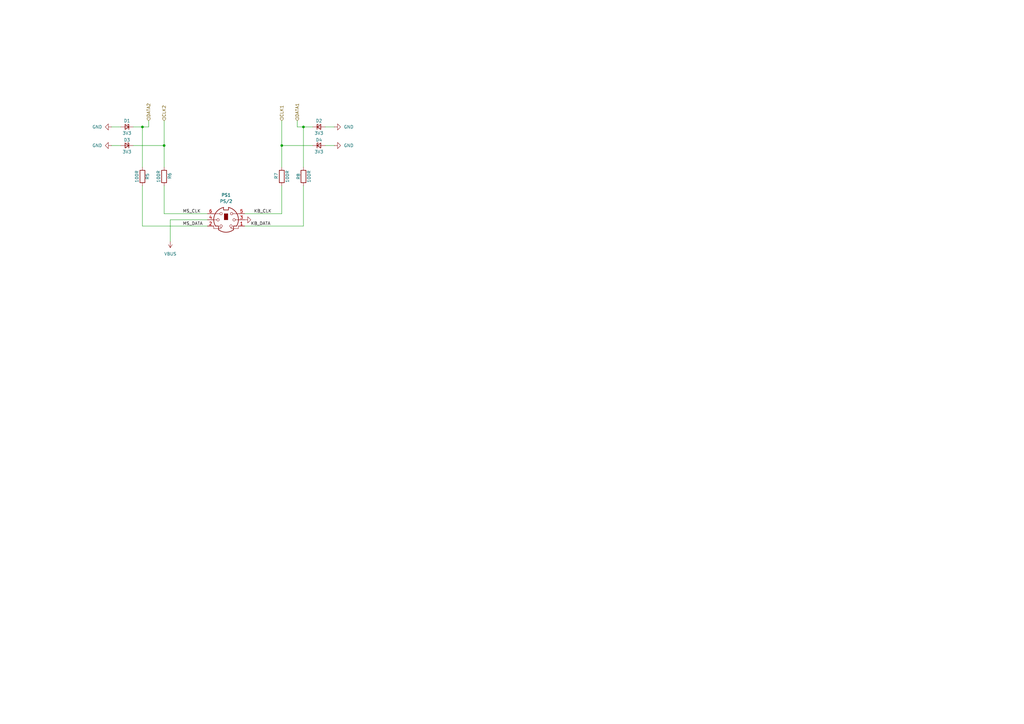
<source format=kicad_sch>
(kicad_sch (version 20231120) (generator "eeschema") (generator_version "8.0")
  (paper "A3")
  (title_block (title "USB to PS/2 Adapter") (date "2025-02-19") (rev "1.1") (company "Mikhail Matveev") (comment 1 "https://github.com/xtremespb/frank"))
  (lib_symbols
    (symbol "Connector:Mini-DIN-6" (pin_names (offset 1.016))
      (property "Reference" "J" (at 0 6.35 0))
      (property "Value" "Mini-DIN-6" (at 0 -6.35 0))
      (symbol "Mini-DIN-6_0_1"
        (circle (center -3.302 0) (radius 0.508))
        (arc (start -3.048 -4.064) (mid 0 -5.08) (end 3.048 -4.064) (stroke (width 0.254)))
        (circle (center -2.032 -2.54) (radius 0.508))
        (circle (center -2.032 2.54) (radius 0.508))
        (arc (start -1.016 5.08) (mid -4.6228 2.1214) (end -4.318 -2.54) (stroke (width 0.254)))
        (rectangle (start -0.762 2.54) (end 0.762 0) (fill (type outline)))
        (polyline (pts (xy -3.81 0) (xy -5.08 0)))
        (polyline (pts (xy -2.54 2.54) (xy -5.08 2.54)))
        (polyline (pts (xy 2.794 2.54) (xy 5.08 2.54)))
        (polyline (pts (xy 5.08 0) (xy 3.81 0)))
        (polyline (pts (xy -4.318 -2.54) (xy -3.048 -2.54) (xy -3.048 -4.064)) (stroke (width 0.254)))
        (polyline (pts (xy 4.318 -2.54) (xy 3.048 -2.54) (xy 3.048 -4.064)) (stroke (width 0.254)))
        (polyline (pts (xy -2.032 -3.048) (xy -2.032 -3.556) (xy -5.08 -3.556) (xy -5.08 -2.54)))
        (polyline (pts (xy -1.016 5.08) (xy -1.016 4.064) (xy 1.016 4.064) (xy 1.016 5.08)) (stroke (width 0.254)))
        (polyline (pts (xy 2.032 -3.048) (xy 2.032 -3.556) (xy 5.08 -3.556) (xy 5.08 -2.54)))
        (circle (center 2.032 -2.54) (radius 0.508))
        (circle (center 2.286 2.54) (radius 0.508))
        (circle (center 3.302 0) (radius 0.508))
        (arc (start 4.318 -2.54) (mid 4.6661 2.1322) (end 1.016 5.08) (stroke (width 0.254)))
      )
      (symbol "Mini-DIN-6_1_1"
        (pin passive line (at 7.62 -2.54 180) (length 2.54) (name "~") (number "1"))
        (pin passive line (at -7.62 -2.54 0) (length 2.54) (name "~") (number "2"))
        (pin passive line (at 7.62 0 180) (length 2.54) (name "~") (number "3"))
        (pin passive line (at -7.62 0 0) (length 2.54) (name "~") (number "4"))
        (pin passive line (at 7.62 2.54 180) (length 2.54) (name "~") (number "5"))
        (pin passive line (at -7.62 2.54 0) (length 2.54) (name "~") (number "6"))
      )
    )
    (symbol "Device:D_Zener_Small" (pin_numbers hide) (pin_names (offset 0.254) hide)
      (property "Reference" "D" (at 0 2.286 0))
      (property "Value" "D_Zener_Small" (at 0 -2.286 0))
      (symbol "D_Zener_Small_0_1"
        (polyline (pts (xy 0.762 0) (xy -0.762 0)))
        (polyline (pts (xy -0.254 1.016) (xy -0.762 1.016) (xy -0.762 -1.016)) (stroke (width 0.254)))
        (polyline (pts (xy 0.762 1.016) (xy -0.762 0) (xy 0.762 -1.016) (xy 0.762 1.016)) (stroke (width 0.254)))
      )
      (symbol "D_Zener_Small_1_1"
        (pin passive line (at -2.54 0 0) (length 1.778) (name "K") (number "1"))
        (pin passive line (at 2.54 0 180) (length 1.778) (name "A") (number "2"))
      )
    )
    (symbol "Device:R" (pin_numbers hide) (pin_names (offset 0))
      (property "Reference" "R" (at 2.032 0 90))
      (property "Value" "R" (at 0 0 90))
      (symbol "R_0_1"
        (rectangle (start -1.016 -2.54) (end 1.016 2.54) (stroke (width 0.254)))
      )
      (symbol "R_1_1"
        (pin passive line (at 0 3.81 270) (length 1.27) (name "~") (number "1"))
        (pin passive line (at 0 -3.81 90) (length 1.27) (name "~") (number "2"))
      )
    )
    (symbol "GND_3" (power) (pin_numbers hide) (pin_names (offset 0) hide)
      (property "Value" "GND" (at 0 -3.81 0))
      (symbol "GND_3_0_1"
        (polyline (pts (xy 0 0) (xy 0 -1.27) (xy 1.27 -1.27) (xy 0 -2.54) (xy -1.27 -1.27) (xy 0 -1.27)))
      )
      (symbol "GND_3_1_1"
        (pin power_in line (at 0 0 270) (length 0) (name "~") (number "1"))
      )
    )
    (symbol "power:GND" (power) (pin_names (offset 0))
      (property "Value" "GND" (at 0 -3.81 0))
      (symbol "GND_0_1"
        (polyline (pts (xy 0 0) (xy 0 -1.27) (xy 1.27 -1.27) (xy 0 -2.54) (xy -1.27 -1.27) (xy 0 -1.27)))
      )
      (symbol "GND_1_1"
        (pin power_in line (at 0 0 270) (length 0) hide (name "GND") (number "1"))
      )
    )
    (symbol "power:VBUS" (power) (pin_numbers hide) (pin_names (offset 0) hide)
      (property "Value" "VBUS" (at 0 3.556 0))
      (symbol "VBUS_0_1"
        (polyline (pts (xy -0.762 1.27) (xy 0 2.54)))
        (polyline (pts (xy 0 0) (xy 0 2.54)))
        (polyline (pts (xy 0 2.54) (xy 0.762 1.27)))
      )
      (symbol "VBUS_1_1"
        (pin power_in line (at 0 0 90) (length 0) (name "~") (number "1"))
      )
    )
  )
  (junction (at 58.42 52.07))
  (junction (at 124.46 52.07))
  (junction (at 115.57 59.69))
  (junction (at 67.31 59.69))
  (wire (pts (xy 67.31 59.69) (xy 54.61 59.69)))
  (wire (pts (xy 124.46 52.07) (xy 124.46 68.58)))
  (wire (pts (xy 121.92 49.53) (xy 121.92 52.07)))
  (wire (pts (xy 67.31 49.53) (xy 67.31 59.69)))
  (wire (pts (xy 100.33 87.63) (xy 115.57 87.63)))
  (wire (pts (xy 58.42 92.71) (xy 85.09 92.71)))
  (wire (pts (xy 124.46 52.07) (xy 128.27 52.07)))
  (wire (pts (xy 115.57 49.53) (xy 115.57 59.69)))
  (wire (pts (xy 124.46 76.2) (xy 124.46 92.71)))
  (wire (pts (xy 115.57 59.69) (xy 115.57 68.58)))
  (wire (pts (xy 60.96 49.53) (xy 60.96 52.07)))
  (wire (pts (xy 133.35 52.07) (xy 137.16 52.07)))
  (wire (pts (xy 115.57 76.2) (xy 115.57 87.63)))
  (wire (pts (xy 121.92 52.07) (xy 124.46 52.07)))
  (wire (pts (xy 60.96 52.07) (xy 58.42 52.07)))
  (wire (pts (xy 58.42 52.07) (xy 54.61 52.07)))
  (wire (pts (xy 67.31 59.69) (xy 67.31 68.58)))
  (wire (pts (xy 58.42 52.07) (xy 58.42 68.58)))
  (wire (pts (xy 58.42 76.2) (xy 58.42 92.71)))
  (wire (pts (xy 69.85 90.17) (xy 85.09 90.17)))
  (wire (pts (xy 115.57 59.69) (xy 128.27 59.69)))
  (wire (pts (xy 67.31 76.2) (xy 67.31 87.63)))
  (wire (pts (xy 49.53 52.07) (xy 45.72 52.07)))
  (wire (pts (xy 67.31 87.63) (xy 85.09 87.63)))
  (wire (pts (xy 133.35 59.69) (xy 137.16 59.69)))
  (wire (pts (xy 69.85 90.17) (xy 69.85 99.06)))
  (wire (pts (xy 100.33 92.71) (xy 124.46 92.71)))
  (wire (pts (xy 49.53 59.69) (xy 45.72 59.69)))
  (label "KB_DATA" (at 102.87 92.71 0))
  (label "KB_CLK" (at 104.14 87.63 0))
  (label "MS_DATA" (at 74.93 92.71 0))
  (label "MS_CLK" (at 74.93 87.63 0))
  (hierarchical_label "CLK1" (shape input) (at 115.57 49.53 90))
  (hierarchical_label "CLK2" (shape input) (at 67.31 49.53 90))
  (hierarchical_label "DATA1" (shape input) (at 121.92 49.53 90))
  (hierarchical_label "DATA2" (shape input) (at 60.96 49.53 90))
  (symbol (lib_id "power:GND") (at 100.33 90.17 90) (unit 1)
    (property "Reference" "#PWR013" (effects (hide yes)))
    (property "Value" "GND" (effects (hide yes)))
  )
  (symbol (lib_id "Device:D_Zener_Small") (at 52.07 52.07 0) (mirror y) (unit 1)
    (property "Reference" "D1" (at 52.07 49.53 0))
    (property "Value" "3V3" (at 52.07 54.61 0))
    (property "Footprint" "FRANK:Diode (SOD-323)" (effects (hide yes)))
    (property "Description" "Zener diode, small symbol" (effects (hide yes)))
  )
  (symbol (lib_name "GND_3") (lib_id "power:GND") (at 137.16 59.69 90) (unit 1)
    (property "Reference" "#PWR012" (effects (hide yes)))
    (property "Value" "GND" (at 140.97 59.6899 90) (effects (justify right)))
    (property "Description" "Power symbol creates a global label with name \"GND\" , ground" (effects (hide yes)))
  )
  (symbol (lib_id "Connector:Mini-DIN-6") (at 92.71 90.17 0) (unit 1)
    (property "Reference" "PS1" (at 92.7277 80.01 0))
    (property "Value" "PS/2" (at 92.7277 82.55 0))
    (property "Footprint" "FRANK:MiniDIN (6 Pin, female)" (effects (hide yes)))
    (property "Datasheet" "http://service.powerdynamics.com/ec/Catalog17/Section%2011.pdf" (effects (hide yes)))
  )
  (symbol (lib_id "power:VBUS") (at 69.85 99.06 180) (unit 1)
    (property "Reference" "#PWR014" (effects (hide yes)))
    (property "Value" "VBUS" (at 69.85 104.14 0))
    (property "Description" "Power symbol creates a global label with name \"VBUS\"" (effects (hide yes)))
  )
  (symbol (lib_id "Device:D_Zener_Small") (at 52.07 59.69 0) (mirror y) (unit 1)
    (property "Reference" "D3" (at 52.07 57.404 0))
    (property "Value" "3V3" (at 52.07 62.23 0))
    (property "Footprint" "FRANK:Diode (SOD-323)" (effects (hide yes)))
    (property "Description" "Zener diode, small symbol" (effects (hide yes)))
  )
  (symbol (lib_id "Device:R") (at 58.42 72.39 0) (mirror x) (unit 1)
    (property "Reference" "R5" (at 60.452 72.39 90))
    (property "Value" "100R" (at 56.134 72.39 90))
    (property "Footprint" "FRANK:Resistor (0805)" (effects (hide yes)))
  )
  (symbol (lib_name "GND_3") (lib_id "power:GND") (at 45.72 52.07 270) (mirror x) (unit 1)
    (property "Reference" "#PWR09" (effects (hide yes)))
    (property "Value" "GND" (at 41.91 52.0699 90) (effects (justify right)))
    (property "Description" "Power symbol creates a global label with name \"GND\" , ground" (effects (hide yes)))
  )
  (symbol (lib_id "Device:R") (at 124.46 72.39 180) (unit 1)
    (property "Reference" "R8" (at 122.428 72.39 90))
    (property "Value" "100R" (at 126.746 72.39 90))
    (property "Footprint" "FRANK:Resistor (0805)" (effects (hide yes)))
  )
  (symbol (lib_name "GND_3") (lib_id "power:GND") (at 137.16 52.07 90) (unit 1)
    (property "Reference" "#PWR010" (effects (hide yes)))
    (property "Value" "GND" (at 140.97 52.0699 90) (effects (justify right)))
    (property "Description" "Power symbol creates a global label with name \"GND\" , ground" (effects (hide yes)))
  )
  (symbol (lib_name "GND_3") (lib_id "power:GND") (at 45.72 59.69 270) (mirror x) (unit 1)
    (property "Reference" "#PWR011" (effects (hide yes)))
    (property "Value" "GND" (at 41.91 59.6899 90) (effects (justify right)))
    (property "Description" "Power symbol creates a global label with name \"GND\" , ground" (effects (hide yes)))
  )
  (symbol (lib_id "Device:R") (at 67.31 72.39 0) (mirror x) (unit 1)
    (property "Reference" "R6" (at 69.596 72.136 90))
    (property "Value" "100R" (at 65.024 72.39 90))
    (property "Footprint" "FRANK:Resistor (0805)" (effects (hide yes)))
  )
  (symbol (lib_id "Device:D_Zener_Small") (at 130.81 59.69 0) (unit 1)
    (property "Reference" "D4" (at 130.81 57.404 0))
    (property "Value" "3V3" (at 130.81 62.23 0))
    (property "Footprint" "FRANK:Diode (SOD-323)" (effects (hide yes)))
    (property "Description" "Zener diode, small symbol" (effects (hide yes)))
  )
  (symbol (lib_id "Device:R") (at 115.57 72.39 180) (unit 1)
    (property "Reference" "R7" (at 113.284 72.136 90))
    (property "Value" "100R" (at 117.856 72.39 90))
    (property "Footprint" "FRANK:Resistor (0805)" (effects (hide yes)))
  )
  (symbol (lib_id "Device:D_Zener_Small") (at 130.81 52.07 0) (unit 1)
    (property "Reference" "D2" (at 130.81 49.53 0))
    (property "Value" "3V3" (at 130.81 54.61 0))
    (property "Footprint" "FRANK:Diode (SOD-323)" (effects (hide yes)))
    (property "Description" "Zener diode, small symbol" (effects (hide yes)))
  )
)
</source>
